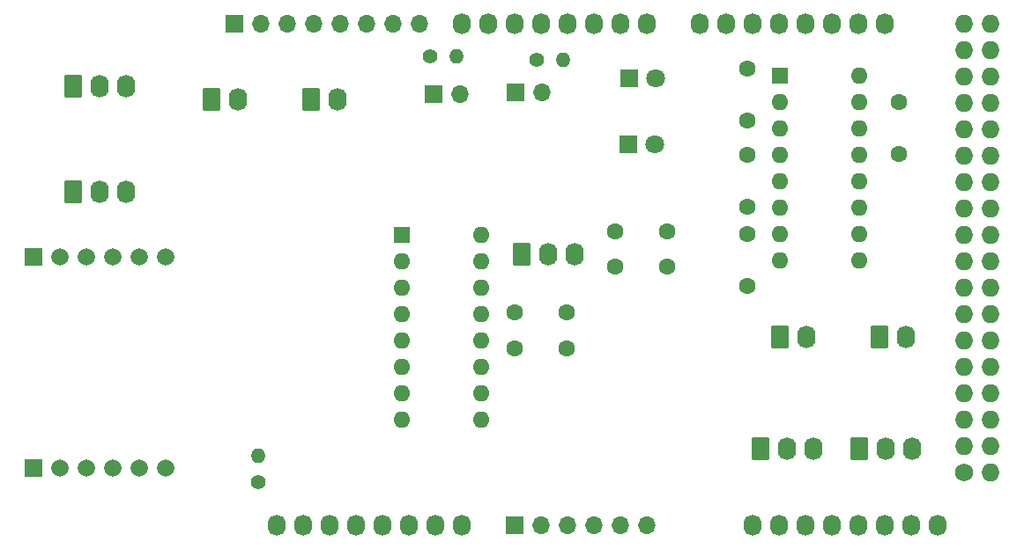
<source format=gbr>
G04 #@! TF.GenerationSoftware,KiCad,Pcbnew,(6.0.7-1)-1*
G04 #@! TF.CreationDate,2023-05-21T11:06:03+10:00*
G04 #@! TF.ProjectId,Arduino to Dual Serial,41726475-696e-46f2-9074-6f204475616c,rev?*
G04 #@! TF.SameCoordinates,Original*
G04 #@! TF.FileFunction,Soldermask,Bot*
G04 #@! TF.FilePolarity,Negative*
%FSLAX46Y46*%
G04 Gerber Fmt 4.6, Leading zero omitted, Abs format (unit mm)*
G04 Created by KiCad (PCBNEW (6.0.7-1)-1) date 2023-05-21 11:06:03*
%MOMM*%
%LPD*%
G01*
G04 APERTURE LIST*
G04 Aperture macros list*
%AMRoundRect*
0 Rectangle with rounded corners*
0 $1 Rounding radius*
0 $2 $3 $4 $5 $6 $7 $8 $9 X,Y pos of 4 corners*
0 Add a 4 corners polygon primitive as box body*
4,1,4,$2,$3,$4,$5,$6,$7,$8,$9,$2,$3,0*
0 Add four circle primitives for the rounded corners*
1,1,$1+$1,$2,$3*
1,1,$1+$1,$4,$5*
1,1,$1+$1,$6,$7*
1,1,$1+$1,$8,$9*
0 Add four rect primitives between the rounded corners*
20,1,$1+$1,$2,$3,$4,$5,0*
20,1,$1+$1,$4,$5,$6,$7,0*
20,1,$1+$1,$6,$7,$8,$9,0*
20,1,$1+$1,$8,$9,$2,$3,0*%
G04 Aperture macros list end*
%ADD10C,1.727200*%
%ADD11O,1.727200X1.727200*%
%ADD12O,1.727200X2.032000*%
%ADD13R,1.700000X1.700000*%
%ADD14O,1.700000X1.700000*%
%ADD15R,1.800000X1.800000*%
%ADD16C,1.800000*%
%ADD17C,1.400000*%
%ADD18O,1.400000X1.400000*%
%ADD19C,1.600000*%
%ADD20RoundRect,0.250000X-0.620000X-0.845000X0.620000X-0.845000X0.620000X0.845000X-0.620000X0.845000X0*%
%ADD21O,1.740000X2.190000*%
%ADD22R,1.665000X1.665000*%
%ADD23C,1.665000*%
%ADD24R,1.600000X1.600000*%
%ADD25O,1.600000X1.600000*%
G04 APERTURE END LIST*
D10*
X197358000Y-114046000D03*
D11*
X199898000Y-114046000D03*
X197358000Y-111506000D03*
X199898000Y-111506000D03*
X197358000Y-108966000D03*
X199898000Y-108966000D03*
X197358000Y-106426000D03*
X199898000Y-106426000D03*
X197358000Y-103886000D03*
X199898000Y-103886000D03*
X197358000Y-101346000D03*
X199898000Y-101346000D03*
X197358000Y-98806000D03*
X199898000Y-98806000D03*
X197358000Y-96266000D03*
X199898000Y-96266000D03*
X197358000Y-93726000D03*
X199898000Y-93726000D03*
X197358000Y-91186000D03*
X199898000Y-91186000D03*
X197358000Y-88646000D03*
X199898000Y-88646000D03*
X197358000Y-86106000D03*
X199898000Y-86106000D03*
X197358000Y-83566000D03*
X199898000Y-83566000D03*
X197358000Y-81026000D03*
X199898000Y-81026000D03*
X197358000Y-78486000D03*
X199898000Y-78486000D03*
X197358000Y-75946000D03*
X199898000Y-75946000D03*
X197358000Y-73406000D03*
X199898000Y-73406000D03*
X197358000Y-70866000D03*
X199898000Y-70866000D03*
D12*
X131318000Y-119126000D03*
X133858000Y-119126000D03*
X136398000Y-119126000D03*
X138938000Y-119126000D03*
X141478000Y-119126000D03*
X144018000Y-119126000D03*
X146558000Y-119126000D03*
X149098000Y-119126000D03*
D13*
X154178000Y-119126000D03*
D14*
X156718000Y-119126000D03*
X159258000Y-119126000D03*
X161798000Y-119126000D03*
X164338000Y-119126000D03*
X166878000Y-119126000D03*
D12*
X177038000Y-119126000D03*
X179578000Y-119126000D03*
X182118000Y-119126000D03*
X184658000Y-119126000D03*
X187198000Y-119126000D03*
X189738000Y-119126000D03*
X192278000Y-119126000D03*
X194818000Y-119126000D03*
D13*
X127254000Y-70866000D03*
D14*
X129794000Y-70866000D03*
X132334000Y-70866000D03*
X134874000Y-70866000D03*
X137414000Y-70866000D03*
X139954000Y-70866000D03*
X142494000Y-70866000D03*
X145034000Y-70866000D03*
D12*
X149098000Y-70866000D03*
X151638000Y-70866000D03*
X154178000Y-70866000D03*
X156718000Y-70866000D03*
X159258000Y-70866000D03*
X161798000Y-70866000D03*
X164338000Y-70866000D03*
X166878000Y-70866000D03*
X171958000Y-70866000D03*
X174498000Y-70866000D03*
X177038000Y-70866000D03*
X179578000Y-70866000D03*
X182118000Y-70866000D03*
X184658000Y-70866000D03*
X187198000Y-70866000D03*
X189738000Y-70866000D03*
D15*
X165227000Y-76073000D03*
D16*
X167767000Y-76073000D03*
D15*
X165100000Y-82423000D03*
D16*
X167640000Y-82423000D03*
D13*
X154300000Y-77470000D03*
D14*
X156840000Y-77470000D03*
D13*
X146426000Y-77597000D03*
D14*
X148966000Y-77597000D03*
D17*
X146050000Y-73977500D03*
D18*
X148590000Y-73977500D03*
D17*
X156260000Y-74295000D03*
D18*
X158800000Y-74295000D03*
D19*
X176530000Y-91099000D03*
X176530000Y-96099000D03*
D20*
X125095000Y-78105000D03*
D21*
X127635000Y-78105000D03*
D22*
X107915000Y-113620000D03*
D23*
X110455000Y-113620000D03*
X112995000Y-113620000D03*
X115535000Y-113620000D03*
X118075000Y-113620000D03*
X120615000Y-113620000D03*
D22*
X107915000Y-93300000D03*
D23*
X110455000Y-93300000D03*
X112995000Y-93300000D03*
X115535000Y-93300000D03*
X118075000Y-93300000D03*
X120615000Y-93300000D03*
D19*
X163830000Y-90805000D03*
X168830000Y-90805000D03*
D20*
X189230000Y-100985000D03*
D21*
X191770000Y-100985000D03*
D19*
X191135000Y-83399000D03*
X191135000Y-78399000D03*
D20*
X177800000Y-111760000D03*
D21*
X180340000Y-111760000D03*
X182880000Y-111760000D03*
D20*
X111760000Y-87015000D03*
D21*
X114300000Y-87015000D03*
X116840000Y-87015000D03*
D20*
X187325000Y-111780000D03*
D21*
X189865000Y-111780000D03*
X192405000Y-111780000D03*
D20*
X154880000Y-93025000D03*
D21*
X157420000Y-93025000D03*
X159960000Y-93025000D03*
D19*
X154160000Y-98655000D03*
X159160000Y-98655000D03*
D20*
X179705000Y-100985000D03*
D21*
X182245000Y-100985000D03*
D24*
X143360000Y-91155000D03*
D25*
X143360000Y-93695000D03*
X143360000Y-96235000D03*
X143360000Y-98775000D03*
X143360000Y-101315000D03*
X143360000Y-103855000D03*
X143360000Y-106395000D03*
X143360000Y-108935000D03*
X150980000Y-108935000D03*
X150980000Y-106395000D03*
X150980000Y-103855000D03*
X150980000Y-101315000D03*
X150980000Y-98775000D03*
X150980000Y-96235000D03*
X150980000Y-93695000D03*
X150980000Y-91155000D03*
D20*
X111760000Y-76835000D03*
D21*
X114300000Y-76835000D03*
X116840000Y-76835000D03*
D19*
X176530000Y-75184000D03*
X176530000Y-80184000D03*
D24*
X179705000Y-75819000D03*
D25*
X179705000Y-78359000D03*
X179705000Y-80899000D03*
X179705000Y-83439000D03*
X179705000Y-85979000D03*
X179705000Y-88519000D03*
X179705000Y-91059000D03*
X179705000Y-93599000D03*
X187325000Y-93599000D03*
X187325000Y-91059000D03*
X187325000Y-88519000D03*
X187325000Y-85979000D03*
X187325000Y-83439000D03*
X187325000Y-80899000D03*
X187325000Y-78359000D03*
X187325000Y-75819000D03*
D19*
X163830000Y-94255000D03*
X168830000Y-94255000D03*
D20*
X134620000Y-78125000D03*
D21*
X137160000Y-78125000D03*
D19*
X154160000Y-102105000D03*
X159160000Y-102105000D03*
D17*
X129540000Y-114935000D03*
D18*
X129540000Y-112395000D03*
D19*
X176530000Y-83439000D03*
X176530000Y-88439000D03*
M02*

</source>
